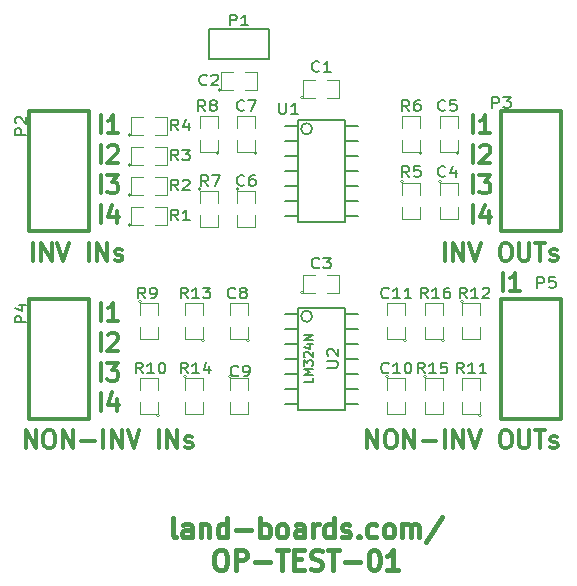
<source format=gto>
G04 (created by PCBNEW (2013-04-19 BZR 4011)-stable) date 05/01/2015 14:14:49*
%MOIN*%
G04 Gerber Fmt 3.4, Leading zero omitted, Abs format*
%FSLAX34Y34*%
G01*
G70*
G90*
G04 APERTURE LIST*
%ADD10C,0*%
%ADD11C,0.011811*%
%ADD12C,0.01625*%
%ADD13C,0.0039*%
%ADD14C,0.012*%
%ADD15C,0.006*%
%ADD16C,0.005*%
%ADD17C,0.0055*%
%ADD18C,0.0059*%
G04 APERTURE END LIST*
G54D10*
G54D11*
X16546Y-9239D02*
X16546Y-8648D01*
X17137Y-9239D02*
X16800Y-9239D01*
X16968Y-9239D02*
X16968Y-8648D01*
X16912Y-8732D01*
X16856Y-8789D01*
X16800Y-8817D01*
X3140Y-13239D02*
X3140Y-12648D01*
X3674Y-12845D02*
X3674Y-13239D01*
X3534Y-12620D02*
X3393Y-13042D01*
X3759Y-13042D01*
X3140Y-12239D02*
X3140Y-11648D01*
X3365Y-11648D02*
X3731Y-11648D01*
X3534Y-11873D01*
X3618Y-11873D01*
X3674Y-11901D01*
X3703Y-11929D01*
X3731Y-11985D01*
X3731Y-12126D01*
X3703Y-12182D01*
X3674Y-12210D01*
X3618Y-12239D01*
X3449Y-12239D01*
X3393Y-12210D01*
X3365Y-12182D01*
X3140Y-11239D02*
X3140Y-10648D01*
X3393Y-10704D02*
X3421Y-10676D01*
X3478Y-10648D01*
X3618Y-10648D01*
X3674Y-10676D01*
X3703Y-10704D01*
X3731Y-10760D01*
X3731Y-10817D01*
X3703Y-10901D01*
X3365Y-11239D01*
X3731Y-11239D01*
X3140Y-10239D02*
X3140Y-9648D01*
X3731Y-10239D02*
X3393Y-10239D01*
X3562Y-10239D02*
X3562Y-9648D01*
X3506Y-9732D01*
X3449Y-9789D01*
X3393Y-9817D01*
X12032Y-14489D02*
X12032Y-13898D01*
X12369Y-14489D01*
X12369Y-13898D01*
X12763Y-13898D02*
X12875Y-13898D01*
X12931Y-13926D01*
X12988Y-13982D01*
X13016Y-14095D01*
X13016Y-14292D01*
X12988Y-14404D01*
X12931Y-14460D01*
X12875Y-14489D01*
X12763Y-14489D01*
X12706Y-14460D01*
X12650Y-14404D01*
X12622Y-14292D01*
X12622Y-14095D01*
X12650Y-13982D01*
X12706Y-13926D01*
X12763Y-13898D01*
X13269Y-14489D02*
X13269Y-13898D01*
X13606Y-14489D01*
X13606Y-13898D01*
X13888Y-14264D02*
X14338Y-14264D01*
X14619Y-14489D02*
X14619Y-13898D01*
X14900Y-14489D02*
X14900Y-13898D01*
X15237Y-14489D01*
X15237Y-13898D01*
X15434Y-13898D02*
X15631Y-14489D01*
X15828Y-13898D01*
X16587Y-13898D02*
X16700Y-13898D01*
X16756Y-13926D01*
X16812Y-13982D01*
X16840Y-14095D01*
X16840Y-14292D01*
X16812Y-14404D01*
X16756Y-14460D01*
X16700Y-14489D01*
X16587Y-14489D01*
X16531Y-14460D01*
X16475Y-14404D01*
X16447Y-14292D01*
X16447Y-14095D01*
X16475Y-13982D01*
X16531Y-13926D01*
X16587Y-13898D01*
X17093Y-13898D02*
X17093Y-14376D01*
X17122Y-14432D01*
X17150Y-14460D01*
X17206Y-14489D01*
X17318Y-14489D01*
X17375Y-14460D01*
X17403Y-14432D01*
X17431Y-14376D01*
X17431Y-13898D01*
X17628Y-13898D02*
X17965Y-13898D01*
X17796Y-14489D02*
X17796Y-13898D01*
X18134Y-14460D02*
X18190Y-14489D01*
X18303Y-14489D01*
X18359Y-14460D01*
X18387Y-14404D01*
X18387Y-14376D01*
X18359Y-14320D01*
X18303Y-14292D01*
X18218Y-14292D01*
X18162Y-14264D01*
X18134Y-14207D01*
X18134Y-14179D01*
X18162Y-14123D01*
X18218Y-14095D01*
X18303Y-14095D01*
X18359Y-14123D01*
X640Y-14489D02*
X640Y-13898D01*
X978Y-14489D01*
X978Y-13898D01*
X1371Y-13898D02*
X1484Y-13898D01*
X1540Y-13926D01*
X1596Y-13982D01*
X1624Y-14095D01*
X1624Y-14292D01*
X1596Y-14404D01*
X1540Y-14460D01*
X1484Y-14489D01*
X1371Y-14489D01*
X1315Y-14460D01*
X1259Y-14404D01*
X1231Y-14292D01*
X1231Y-14095D01*
X1259Y-13982D01*
X1315Y-13926D01*
X1371Y-13898D01*
X1877Y-14489D02*
X1877Y-13898D01*
X2215Y-14489D01*
X2215Y-13898D01*
X2496Y-14264D02*
X2946Y-14264D01*
X3227Y-14489D02*
X3227Y-13898D01*
X3508Y-14489D02*
X3508Y-13898D01*
X3846Y-14489D01*
X3846Y-13898D01*
X4043Y-13898D02*
X4240Y-14489D01*
X4437Y-13898D01*
X5083Y-14489D02*
X5083Y-13898D01*
X5365Y-14489D02*
X5365Y-13898D01*
X5702Y-14489D01*
X5702Y-13898D01*
X5955Y-14460D02*
X6011Y-14489D01*
X6124Y-14489D01*
X6180Y-14460D01*
X6208Y-14404D01*
X6208Y-14376D01*
X6180Y-14320D01*
X6124Y-14292D01*
X6039Y-14292D01*
X5983Y-14264D01*
X5955Y-14207D01*
X5955Y-14179D01*
X5983Y-14123D01*
X6039Y-14095D01*
X6124Y-14095D01*
X6180Y-14123D01*
X14619Y-8239D02*
X14619Y-7648D01*
X14900Y-8239D02*
X14900Y-7648D01*
X15237Y-8239D01*
X15237Y-7648D01*
X15434Y-7648D02*
X15631Y-8239D01*
X15828Y-7648D01*
X16587Y-7648D02*
X16700Y-7648D01*
X16756Y-7676D01*
X16812Y-7732D01*
X16840Y-7845D01*
X16840Y-8042D01*
X16812Y-8154D01*
X16756Y-8210D01*
X16700Y-8239D01*
X16587Y-8239D01*
X16531Y-8210D01*
X16475Y-8154D01*
X16447Y-8042D01*
X16447Y-7845D01*
X16475Y-7732D01*
X16531Y-7676D01*
X16587Y-7648D01*
X17093Y-7648D02*
X17093Y-8126D01*
X17122Y-8182D01*
X17150Y-8210D01*
X17206Y-8239D01*
X17318Y-8239D01*
X17375Y-8210D01*
X17403Y-8182D01*
X17431Y-8126D01*
X17431Y-7648D01*
X17628Y-7648D02*
X17965Y-7648D01*
X17796Y-8239D02*
X17796Y-7648D01*
X18134Y-8210D02*
X18190Y-8239D01*
X18303Y-8239D01*
X18359Y-8210D01*
X18387Y-8154D01*
X18387Y-8126D01*
X18359Y-8070D01*
X18303Y-8042D01*
X18218Y-8042D01*
X18162Y-8014D01*
X18134Y-7957D01*
X18134Y-7929D01*
X18162Y-7873D01*
X18218Y-7845D01*
X18303Y-7845D01*
X18359Y-7873D01*
X890Y-8239D02*
X890Y-7648D01*
X1171Y-8239D02*
X1171Y-7648D01*
X1509Y-8239D01*
X1509Y-7648D01*
X1706Y-7648D02*
X1902Y-8239D01*
X2099Y-7648D01*
X2746Y-8239D02*
X2746Y-7648D01*
X3027Y-8239D02*
X3027Y-7648D01*
X3365Y-8239D01*
X3365Y-7648D01*
X3618Y-8210D02*
X3674Y-8239D01*
X3787Y-8239D01*
X3843Y-8210D01*
X3871Y-8154D01*
X3871Y-8126D01*
X3843Y-8070D01*
X3787Y-8042D01*
X3702Y-8042D01*
X3646Y-8014D01*
X3618Y-7957D01*
X3618Y-7929D01*
X3646Y-7873D01*
X3702Y-7845D01*
X3787Y-7845D01*
X3843Y-7873D01*
X15546Y-6989D02*
X15546Y-6398D01*
X16081Y-6595D02*
X16081Y-6989D01*
X15940Y-6370D02*
X15800Y-6792D01*
X16165Y-6792D01*
X15546Y-5989D02*
X15546Y-5398D01*
X15771Y-5398D02*
X16137Y-5398D01*
X15940Y-5623D01*
X16025Y-5623D01*
X16081Y-5651D01*
X16109Y-5679D01*
X16137Y-5735D01*
X16137Y-5876D01*
X16109Y-5932D01*
X16081Y-5960D01*
X16025Y-5989D01*
X15856Y-5989D01*
X15800Y-5960D01*
X15771Y-5932D01*
X15546Y-4989D02*
X15546Y-4398D01*
X15800Y-4454D02*
X15828Y-4426D01*
X15884Y-4398D01*
X16025Y-4398D01*
X16081Y-4426D01*
X16109Y-4454D01*
X16137Y-4510D01*
X16137Y-4567D01*
X16109Y-4651D01*
X15771Y-4989D01*
X16137Y-4989D01*
X15546Y-3989D02*
X15546Y-3398D01*
X16137Y-3989D02*
X15800Y-3989D01*
X15968Y-3989D02*
X15968Y-3398D01*
X15912Y-3482D01*
X15856Y-3539D01*
X15800Y-3567D01*
X3140Y-6989D02*
X3140Y-6398D01*
X3674Y-6595D02*
X3674Y-6989D01*
X3534Y-6370D02*
X3393Y-6792D01*
X3759Y-6792D01*
X3140Y-5989D02*
X3140Y-5398D01*
X3365Y-5398D02*
X3731Y-5398D01*
X3534Y-5623D01*
X3618Y-5623D01*
X3674Y-5651D01*
X3703Y-5679D01*
X3731Y-5735D01*
X3731Y-5876D01*
X3703Y-5932D01*
X3674Y-5960D01*
X3618Y-5989D01*
X3449Y-5989D01*
X3393Y-5960D01*
X3365Y-5932D01*
X3140Y-4989D02*
X3140Y-4398D01*
X3393Y-4454D02*
X3421Y-4426D01*
X3478Y-4398D01*
X3618Y-4398D01*
X3674Y-4426D01*
X3703Y-4454D01*
X3731Y-4510D01*
X3731Y-4567D01*
X3703Y-4651D01*
X3365Y-4989D01*
X3731Y-4989D01*
X3140Y-3989D02*
X3140Y-3398D01*
X3731Y-3989D02*
X3393Y-3989D01*
X3562Y-3989D02*
X3562Y-3398D01*
X3506Y-3482D01*
X3449Y-3539D01*
X3393Y-3567D01*
G54D12*
X5651Y-17463D02*
X5589Y-17432D01*
X5558Y-17370D01*
X5558Y-16813D01*
X6177Y-17463D02*
X6177Y-17122D01*
X6146Y-17060D01*
X6084Y-17029D01*
X5960Y-17029D01*
X5898Y-17060D01*
X6177Y-17432D02*
X6115Y-17463D01*
X5960Y-17463D01*
X5898Y-17432D01*
X5867Y-17370D01*
X5867Y-17308D01*
X5898Y-17246D01*
X5960Y-17215D01*
X6115Y-17215D01*
X6177Y-17184D01*
X6486Y-17029D02*
X6486Y-17463D01*
X6486Y-17091D02*
X6517Y-17060D01*
X6579Y-17029D01*
X6672Y-17029D01*
X6734Y-17060D01*
X6765Y-17122D01*
X6765Y-17463D01*
X7353Y-17463D02*
X7353Y-16813D01*
X7353Y-17432D02*
X7291Y-17463D01*
X7167Y-17463D01*
X7105Y-17432D01*
X7075Y-17401D01*
X7044Y-17339D01*
X7044Y-17153D01*
X7075Y-17091D01*
X7105Y-17060D01*
X7167Y-17029D01*
X7291Y-17029D01*
X7353Y-17060D01*
X7663Y-17215D02*
X8158Y-17215D01*
X8467Y-17463D02*
X8467Y-16813D01*
X8467Y-17060D02*
X8529Y-17029D01*
X8653Y-17029D01*
X8715Y-17060D01*
X8746Y-17091D01*
X8777Y-17153D01*
X8777Y-17339D01*
X8746Y-17401D01*
X8715Y-17432D01*
X8653Y-17463D01*
X8529Y-17463D01*
X8467Y-17432D01*
X9148Y-17463D02*
X9086Y-17432D01*
X9055Y-17401D01*
X9025Y-17339D01*
X9025Y-17153D01*
X9055Y-17091D01*
X9086Y-17060D01*
X9148Y-17029D01*
X9241Y-17029D01*
X9303Y-17060D01*
X9334Y-17091D01*
X9365Y-17153D01*
X9365Y-17339D01*
X9334Y-17401D01*
X9303Y-17432D01*
X9241Y-17463D01*
X9148Y-17463D01*
X9922Y-17463D02*
X9922Y-17122D01*
X9891Y-17060D01*
X9829Y-17029D01*
X9705Y-17029D01*
X9644Y-17060D01*
X9922Y-17432D02*
X9860Y-17463D01*
X9705Y-17463D01*
X9644Y-17432D01*
X9613Y-17370D01*
X9613Y-17308D01*
X9644Y-17246D01*
X9705Y-17215D01*
X9860Y-17215D01*
X9922Y-17184D01*
X10232Y-17463D02*
X10232Y-17029D01*
X10232Y-17153D02*
X10263Y-17091D01*
X10294Y-17060D01*
X10355Y-17029D01*
X10417Y-17029D01*
X10913Y-17463D02*
X10913Y-16813D01*
X10913Y-17432D02*
X10851Y-17463D01*
X10727Y-17463D01*
X10665Y-17432D01*
X10634Y-17401D01*
X10603Y-17339D01*
X10603Y-17153D01*
X10634Y-17091D01*
X10665Y-17060D01*
X10727Y-17029D01*
X10851Y-17029D01*
X10913Y-17060D01*
X11191Y-17432D02*
X11253Y-17463D01*
X11377Y-17463D01*
X11439Y-17432D01*
X11470Y-17370D01*
X11470Y-17339D01*
X11439Y-17277D01*
X11377Y-17246D01*
X11284Y-17246D01*
X11222Y-17215D01*
X11191Y-17153D01*
X11191Y-17122D01*
X11222Y-17060D01*
X11284Y-17029D01*
X11377Y-17029D01*
X11439Y-17060D01*
X11748Y-17401D02*
X11779Y-17432D01*
X11748Y-17463D01*
X11717Y-17432D01*
X11748Y-17401D01*
X11748Y-17463D01*
X12336Y-17432D02*
X12275Y-17463D01*
X12151Y-17463D01*
X12089Y-17432D01*
X12058Y-17401D01*
X12027Y-17339D01*
X12027Y-17153D01*
X12058Y-17091D01*
X12089Y-17060D01*
X12151Y-17029D01*
X12275Y-17029D01*
X12336Y-17060D01*
X12708Y-17463D02*
X12646Y-17432D01*
X12615Y-17401D01*
X12584Y-17339D01*
X12584Y-17153D01*
X12615Y-17091D01*
X12646Y-17060D01*
X12708Y-17029D01*
X12801Y-17029D01*
X12863Y-17060D01*
X12894Y-17091D01*
X12925Y-17153D01*
X12925Y-17339D01*
X12894Y-17401D01*
X12863Y-17432D01*
X12801Y-17463D01*
X12708Y-17463D01*
X13203Y-17463D02*
X13203Y-17029D01*
X13203Y-17091D02*
X13234Y-17060D01*
X13296Y-17029D01*
X13389Y-17029D01*
X13451Y-17060D01*
X13482Y-17122D01*
X13482Y-17463D01*
X13482Y-17122D02*
X13513Y-17060D01*
X13575Y-17029D01*
X13667Y-17029D01*
X13729Y-17060D01*
X13760Y-17122D01*
X13760Y-17463D01*
X14534Y-16782D02*
X13977Y-17617D01*
X7090Y-17885D02*
X7214Y-17885D01*
X7276Y-17916D01*
X7338Y-17978D01*
X7369Y-18102D01*
X7369Y-18318D01*
X7338Y-18442D01*
X7276Y-18504D01*
X7214Y-18535D01*
X7090Y-18535D01*
X7028Y-18504D01*
X6966Y-18442D01*
X6935Y-18318D01*
X6935Y-18102D01*
X6966Y-17978D01*
X7028Y-17916D01*
X7090Y-17885D01*
X7647Y-18535D02*
X7647Y-17885D01*
X7895Y-17885D01*
X7957Y-17916D01*
X7988Y-17947D01*
X8019Y-18009D01*
X8019Y-18102D01*
X7988Y-18164D01*
X7957Y-18195D01*
X7895Y-18226D01*
X7647Y-18226D01*
X8297Y-18287D02*
X8792Y-18287D01*
X9009Y-17885D02*
X9380Y-17885D01*
X9195Y-18535D02*
X9195Y-17885D01*
X9597Y-18195D02*
X9814Y-18195D01*
X9907Y-18535D02*
X9597Y-18535D01*
X9597Y-17885D01*
X9907Y-17885D01*
X10154Y-18504D02*
X10247Y-18535D01*
X10402Y-18535D01*
X10464Y-18504D01*
X10495Y-18473D01*
X10526Y-18411D01*
X10526Y-18349D01*
X10495Y-18287D01*
X10464Y-18257D01*
X10402Y-18226D01*
X10278Y-18195D01*
X10216Y-18164D01*
X10185Y-18133D01*
X10154Y-18071D01*
X10154Y-18009D01*
X10185Y-17947D01*
X10216Y-17916D01*
X10278Y-17885D01*
X10433Y-17885D01*
X10526Y-17916D01*
X10711Y-17885D02*
X11083Y-17885D01*
X10897Y-18535D02*
X10897Y-17885D01*
X11300Y-18287D02*
X11795Y-18287D01*
X12228Y-17885D02*
X12290Y-17885D01*
X12352Y-17916D01*
X12383Y-17947D01*
X12414Y-18009D01*
X12445Y-18133D01*
X12445Y-18287D01*
X12414Y-18411D01*
X12383Y-18473D01*
X12352Y-18504D01*
X12290Y-18535D01*
X12228Y-18535D01*
X12166Y-18504D01*
X12135Y-18473D01*
X12104Y-18411D01*
X12073Y-18287D01*
X12073Y-18133D01*
X12104Y-18009D01*
X12135Y-17947D01*
X12166Y-17916D01*
X12228Y-17885D01*
X13064Y-18535D02*
X12692Y-18535D01*
X12878Y-18535D02*
X12878Y-17885D01*
X12816Y-17978D01*
X12754Y-18040D01*
X12692Y-18071D01*
G54D13*
X15100Y-4650D02*
G75*
G03X15100Y-4650I-50J0D01*
G74*
G01*
X15050Y-4200D02*
X15050Y-4600D01*
X15050Y-4600D02*
X14450Y-4600D01*
X14450Y-4600D02*
X14450Y-4200D01*
X14450Y-3800D02*
X14450Y-3400D01*
X14450Y-3400D02*
X15050Y-3400D01*
X15050Y-3400D02*
X15050Y-3800D01*
X4150Y-7050D02*
G75*
G03X4150Y-7050I-50J0D01*
G74*
G01*
X4550Y-7050D02*
X4150Y-7050D01*
X4150Y-7050D02*
X4150Y-6450D01*
X4150Y-6450D02*
X4550Y-6450D01*
X4950Y-6450D02*
X5350Y-6450D01*
X5350Y-6450D02*
X5350Y-7050D01*
X5350Y-7050D02*
X4950Y-7050D01*
X7750Y-5850D02*
G75*
G03X7750Y-5850I-50J0D01*
G74*
G01*
X7700Y-6300D02*
X7700Y-5900D01*
X7700Y-5900D02*
X8300Y-5900D01*
X8300Y-5900D02*
X8300Y-6300D01*
X8300Y-6700D02*
X8300Y-7100D01*
X8300Y-7100D02*
X7700Y-7100D01*
X7700Y-7100D02*
X7700Y-6700D01*
X9900Y-9300D02*
G75*
G03X9900Y-9300I-50J0D01*
G74*
G01*
X10300Y-9300D02*
X9900Y-9300D01*
X9900Y-9300D02*
X9900Y-8700D01*
X9900Y-8700D02*
X10300Y-8700D01*
X10700Y-8700D02*
X11100Y-8700D01*
X11100Y-8700D02*
X11100Y-9300D01*
X11100Y-9300D02*
X10700Y-9300D01*
X7150Y-2550D02*
G75*
G03X7150Y-2550I-50J0D01*
G74*
G01*
X7550Y-2550D02*
X7150Y-2550D01*
X7150Y-2550D02*
X7150Y-1950D01*
X7150Y-1950D02*
X7550Y-1950D01*
X7950Y-1950D02*
X8350Y-1950D01*
X8350Y-1950D02*
X8350Y-2550D01*
X8350Y-2550D02*
X7950Y-2550D01*
X13250Y-5600D02*
G75*
G03X13250Y-5600I-50J0D01*
G74*
G01*
X13200Y-6050D02*
X13200Y-5650D01*
X13200Y-5650D02*
X13800Y-5650D01*
X13800Y-5650D02*
X13800Y-6050D01*
X13800Y-6450D02*
X13800Y-6850D01*
X13800Y-6850D02*
X13200Y-6850D01*
X13200Y-6850D02*
X13200Y-6450D01*
X7100Y-4650D02*
G75*
G03X7100Y-4650I-50J0D01*
G74*
G01*
X7050Y-4200D02*
X7050Y-4600D01*
X7050Y-4600D02*
X6450Y-4600D01*
X6450Y-4600D02*
X6450Y-4200D01*
X6450Y-3800D02*
X6450Y-3400D01*
X6450Y-3400D02*
X7050Y-3400D01*
X7050Y-3400D02*
X7050Y-3800D01*
X4150Y-4050D02*
G75*
G03X4150Y-4050I-50J0D01*
G74*
G01*
X4550Y-4050D02*
X4150Y-4050D01*
X4150Y-4050D02*
X4150Y-3450D01*
X4150Y-3450D02*
X4550Y-3450D01*
X4950Y-3450D02*
X5350Y-3450D01*
X5350Y-3450D02*
X5350Y-4050D01*
X5350Y-4050D02*
X4950Y-4050D01*
X4150Y-5050D02*
G75*
G03X4150Y-5050I-50J0D01*
G74*
G01*
X4550Y-5050D02*
X4150Y-5050D01*
X4150Y-5050D02*
X4150Y-4450D01*
X4150Y-4450D02*
X4550Y-4450D01*
X4950Y-4450D02*
X5350Y-4450D01*
X5350Y-4450D02*
X5350Y-5050D01*
X5350Y-5050D02*
X4950Y-5050D01*
X4150Y-6050D02*
G75*
G03X4150Y-6050I-50J0D01*
G74*
G01*
X4550Y-6050D02*
X4150Y-6050D01*
X4150Y-6050D02*
X4150Y-5450D01*
X4150Y-5450D02*
X4550Y-5450D01*
X4950Y-5450D02*
X5350Y-5450D01*
X5350Y-5450D02*
X5350Y-6050D01*
X5350Y-6050D02*
X4950Y-6050D01*
X6500Y-5850D02*
G75*
G03X6500Y-5850I-50J0D01*
G74*
G01*
X6450Y-6300D02*
X6450Y-5900D01*
X6450Y-5900D02*
X7050Y-5900D01*
X7050Y-5900D02*
X7050Y-6300D01*
X7050Y-6700D02*
X7050Y-7100D01*
X7050Y-7100D02*
X6450Y-7100D01*
X6450Y-7100D02*
X6450Y-6700D01*
X13850Y-4650D02*
G75*
G03X13850Y-4650I-50J0D01*
G74*
G01*
X13800Y-4200D02*
X13800Y-4600D01*
X13800Y-4600D02*
X13200Y-4600D01*
X13200Y-4600D02*
X13200Y-4200D01*
X13200Y-3800D02*
X13200Y-3400D01*
X13200Y-3400D02*
X13800Y-3400D01*
X13800Y-3400D02*
X13800Y-3800D01*
G54D14*
X2750Y-3250D02*
X2750Y-7250D01*
X2750Y-7250D02*
X750Y-7250D01*
X750Y-7250D02*
X750Y-3250D01*
X750Y-3250D02*
X2750Y-3250D01*
X18500Y-3250D02*
X18500Y-7250D01*
X18500Y-7250D02*
X16500Y-7250D01*
X16500Y-7250D02*
X16500Y-3250D01*
X16500Y-3250D02*
X18500Y-3250D01*
G54D15*
X6750Y-1500D02*
X6750Y-500D01*
X6750Y-500D02*
X8750Y-500D01*
X8750Y-500D02*
X8750Y-1500D01*
X8750Y-1500D02*
X6750Y-1500D01*
G54D16*
X11280Y-3550D02*
X9720Y-3550D01*
X9720Y-3550D02*
X9720Y-6950D01*
X9720Y-6950D02*
X11280Y-6950D01*
X11280Y-6950D02*
X11280Y-3550D01*
X11280Y-4250D02*
X11710Y-4250D01*
X11280Y-4750D02*
X11710Y-4750D01*
X11280Y-5250D02*
X11710Y-5250D01*
X11280Y-3750D02*
X11710Y-3750D01*
X11710Y-5750D02*
X11280Y-5750D01*
X11710Y-6250D02*
X11280Y-6250D01*
X11710Y-6750D02*
X11280Y-6750D01*
X9720Y-6750D02*
X9290Y-6750D01*
X9720Y-6250D02*
X9290Y-6250D01*
X9720Y-3750D02*
X9290Y-3750D01*
X9290Y-4250D02*
X9720Y-4250D01*
X9290Y-5750D02*
X9720Y-5750D01*
X9290Y-5250D02*
X9720Y-5250D01*
X9290Y-4750D02*
X9720Y-4750D01*
X10196Y-3840D02*
G75*
G03X10196Y-3840I-186J0D01*
G74*
G01*
G54D13*
X14500Y-5600D02*
G75*
G03X14500Y-5600I-50J0D01*
G74*
G01*
X14450Y-6050D02*
X14450Y-5650D01*
X14450Y-5650D02*
X15050Y-5650D01*
X15050Y-5650D02*
X15050Y-6050D01*
X15050Y-6450D02*
X15050Y-6850D01*
X15050Y-6850D02*
X14450Y-6850D01*
X14450Y-6850D02*
X14450Y-6450D01*
X9900Y-2800D02*
G75*
G03X9900Y-2800I-50J0D01*
G74*
G01*
X10300Y-2800D02*
X9900Y-2800D01*
X9900Y-2800D02*
X9900Y-2200D01*
X9900Y-2200D02*
X10300Y-2200D01*
X10700Y-2200D02*
X11100Y-2200D01*
X11100Y-2200D02*
X11100Y-2800D01*
X11100Y-2800D02*
X10700Y-2800D01*
X8350Y-4650D02*
G75*
G03X8350Y-4650I-50J0D01*
G74*
G01*
X8300Y-4200D02*
X8300Y-4600D01*
X8300Y-4600D02*
X7700Y-4600D01*
X7700Y-4600D02*
X7700Y-4200D01*
X7700Y-3800D02*
X7700Y-3400D01*
X7700Y-3400D02*
X8300Y-3400D01*
X8300Y-3400D02*
X8300Y-3800D01*
G54D16*
X11280Y-9800D02*
X9720Y-9800D01*
X9720Y-9800D02*
X9720Y-13200D01*
X9720Y-13200D02*
X11280Y-13200D01*
X11280Y-13200D02*
X11280Y-9800D01*
X11280Y-10500D02*
X11710Y-10500D01*
X11280Y-11000D02*
X11710Y-11000D01*
X11280Y-11500D02*
X11710Y-11500D01*
X11280Y-10000D02*
X11710Y-10000D01*
X11710Y-12000D02*
X11280Y-12000D01*
X11710Y-12500D02*
X11280Y-12500D01*
X11710Y-13000D02*
X11280Y-13000D01*
X9720Y-13000D02*
X9290Y-13000D01*
X9720Y-12500D02*
X9290Y-12500D01*
X9720Y-10000D02*
X9290Y-10000D01*
X9290Y-10500D02*
X9720Y-10500D01*
X9290Y-12000D02*
X9720Y-12000D01*
X9290Y-11500D02*
X9720Y-11500D01*
X9290Y-11000D02*
X9720Y-11000D01*
X10196Y-10090D02*
G75*
G03X10196Y-10090I-186J0D01*
G74*
G01*
G54D13*
X6600Y-10900D02*
G75*
G03X6600Y-10900I-50J0D01*
G74*
G01*
X6550Y-10450D02*
X6550Y-10850D01*
X6550Y-10850D02*
X5950Y-10850D01*
X5950Y-10850D02*
X5950Y-10450D01*
X5950Y-10050D02*
X5950Y-9650D01*
X5950Y-9650D02*
X6550Y-9650D01*
X6550Y-9650D02*
X6550Y-10050D01*
X8100Y-10900D02*
G75*
G03X8100Y-10900I-50J0D01*
G74*
G01*
X8050Y-10450D02*
X8050Y-10850D01*
X8050Y-10850D02*
X7450Y-10850D01*
X7450Y-10850D02*
X7450Y-10450D01*
X7450Y-10050D02*
X7450Y-9650D01*
X7450Y-9650D02*
X8050Y-9650D01*
X8050Y-9650D02*
X8050Y-10050D01*
X4500Y-9600D02*
G75*
G03X4500Y-9600I-50J0D01*
G74*
G01*
X4450Y-10050D02*
X4450Y-9650D01*
X4450Y-9650D02*
X5050Y-9650D01*
X5050Y-9650D02*
X5050Y-10050D01*
X5050Y-10450D02*
X5050Y-10850D01*
X5050Y-10850D02*
X4450Y-10850D01*
X4450Y-10850D02*
X4450Y-10450D01*
X6000Y-12100D02*
G75*
G03X6000Y-12100I-50J0D01*
G74*
G01*
X5950Y-12550D02*
X5950Y-12150D01*
X5950Y-12150D02*
X6550Y-12150D01*
X6550Y-12150D02*
X6550Y-12550D01*
X6550Y-12950D02*
X6550Y-13350D01*
X6550Y-13350D02*
X5950Y-13350D01*
X5950Y-13350D02*
X5950Y-12950D01*
X7500Y-12100D02*
G75*
G03X7500Y-12100I-50J0D01*
G74*
G01*
X7450Y-12550D02*
X7450Y-12150D01*
X7450Y-12150D02*
X8050Y-12150D01*
X8050Y-12150D02*
X8050Y-12550D01*
X8050Y-12950D02*
X8050Y-13350D01*
X8050Y-13350D02*
X7450Y-13350D01*
X7450Y-13350D02*
X7450Y-12950D01*
X5100Y-13400D02*
G75*
G03X5100Y-13400I-50J0D01*
G74*
G01*
X5050Y-12950D02*
X5050Y-13350D01*
X5050Y-13350D02*
X4450Y-13350D01*
X4450Y-13350D02*
X4450Y-12950D01*
X4450Y-12550D02*
X4450Y-12150D01*
X4450Y-12150D02*
X5050Y-12150D01*
X5050Y-12150D02*
X5050Y-12550D01*
X14000Y-12100D02*
G75*
G03X14000Y-12100I-50J0D01*
G74*
G01*
X13950Y-12550D02*
X13950Y-12150D01*
X13950Y-12150D02*
X14550Y-12150D01*
X14550Y-12150D02*
X14550Y-12550D01*
X14550Y-12950D02*
X14550Y-13350D01*
X14550Y-13350D02*
X13950Y-13350D01*
X13950Y-13350D02*
X13950Y-12950D01*
X12750Y-12100D02*
G75*
G03X12750Y-12100I-50J0D01*
G74*
G01*
X12700Y-12550D02*
X12700Y-12150D01*
X12700Y-12150D02*
X13300Y-12150D01*
X13300Y-12150D02*
X13300Y-12550D01*
X13300Y-12950D02*
X13300Y-13350D01*
X13300Y-13350D02*
X12700Y-13350D01*
X12700Y-13350D02*
X12700Y-12950D01*
X15850Y-13400D02*
G75*
G03X15850Y-13400I-50J0D01*
G74*
G01*
X15800Y-12950D02*
X15800Y-13350D01*
X15800Y-13350D02*
X15200Y-13350D01*
X15200Y-13350D02*
X15200Y-12950D01*
X15200Y-12550D02*
X15200Y-12150D01*
X15200Y-12150D02*
X15800Y-12150D01*
X15800Y-12150D02*
X15800Y-12550D01*
X14600Y-10900D02*
G75*
G03X14600Y-10900I-50J0D01*
G74*
G01*
X14550Y-10450D02*
X14550Y-10850D01*
X14550Y-10850D02*
X13950Y-10850D01*
X13950Y-10850D02*
X13950Y-10450D01*
X13950Y-10050D02*
X13950Y-9650D01*
X13950Y-9650D02*
X14550Y-9650D01*
X14550Y-9650D02*
X14550Y-10050D01*
X13350Y-10900D02*
G75*
G03X13350Y-10900I-50J0D01*
G74*
G01*
X13300Y-10450D02*
X13300Y-10850D01*
X13300Y-10850D02*
X12700Y-10850D01*
X12700Y-10850D02*
X12700Y-10450D01*
X12700Y-10050D02*
X12700Y-9650D01*
X12700Y-9650D02*
X13300Y-9650D01*
X13300Y-9650D02*
X13300Y-10050D01*
X15250Y-9600D02*
G75*
G03X15250Y-9600I-50J0D01*
G74*
G01*
X15200Y-10050D02*
X15200Y-9650D01*
X15200Y-9650D02*
X15800Y-9650D01*
X15800Y-9650D02*
X15800Y-10050D01*
X15800Y-10450D02*
X15800Y-10850D01*
X15800Y-10850D02*
X15200Y-10850D01*
X15200Y-10850D02*
X15200Y-10450D01*
G54D14*
X2750Y-9500D02*
X2750Y-13500D01*
X2750Y-13500D02*
X750Y-13500D01*
X750Y-13500D02*
X750Y-9500D01*
X750Y-9500D02*
X2750Y-9500D01*
X18500Y-9500D02*
X18500Y-13500D01*
X18500Y-13500D02*
X16500Y-13500D01*
X16500Y-13500D02*
X16500Y-9500D01*
X16500Y-9500D02*
X18500Y-9500D01*
G54D17*
X14633Y-3208D02*
X14614Y-3225D01*
X14557Y-3241D01*
X14519Y-3241D01*
X14461Y-3225D01*
X14423Y-3191D01*
X14404Y-3158D01*
X14385Y-3091D01*
X14385Y-3041D01*
X14404Y-2975D01*
X14423Y-2941D01*
X14461Y-2908D01*
X14519Y-2891D01*
X14557Y-2891D01*
X14614Y-2908D01*
X14633Y-2925D01*
X14995Y-2891D02*
X14804Y-2891D01*
X14785Y-3058D01*
X14804Y-3041D01*
X14842Y-3025D01*
X14938Y-3025D01*
X14976Y-3041D01*
X14995Y-3058D01*
X15014Y-3091D01*
X15014Y-3175D01*
X14995Y-3208D01*
X14976Y-3225D01*
X14938Y-3241D01*
X14842Y-3241D01*
X14804Y-3225D01*
X14785Y-3208D01*
X5733Y-6891D02*
X5600Y-6725D01*
X5504Y-6891D02*
X5504Y-6541D01*
X5657Y-6541D01*
X5695Y-6558D01*
X5714Y-6575D01*
X5733Y-6608D01*
X5733Y-6658D01*
X5714Y-6691D01*
X5695Y-6708D01*
X5657Y-6725D01*
X5504Y-6725D01*
X6114Y-6891D02*
X5885Y-6891D01*
X6000Y-6891D02*
X6000Y-6541D01*
X5961Y-6591D01*
X5923Y-6625D01*
X5885Y-6641D01*
X7933Y-5708D02*
X7914Y-5725D01*
X7857Y-5741D01*
X7819Y-5741D01*
X7761Y-5725D01*
X7723Y-5691D01*
X7704Y-5658D01*
X7685Y-5591D01*
X7685Y-5541D01*
X7704Y-5475D01*
X7723Y-5441D01*
X7761Y-5408D01*
X7819Y-5391D01*
X7857Y-5391D01*
X7914Y-5408D01*
X7933Y-5425D01*
X8276Y-5391D02*
X8200Y-5391D01*
X8161Y-5408D01*
X8142Y-5425D01*
X8104Y-5475D01*
X8085Y-5541D01*
X8085Y-5675D01*
X8104Y-5708D01*
X8123Y-5725D01*
X8161Y-5741D01*
X8238Y-5741D01*
X8276Y-5725D01*
X8295Y-5708D01*
X8314Y-5675D01*
X8314Y-5591D01*
X8295Y-5558D01*
X8276Y-5541D01*
X8238Y-5525D01*
X8161Y-5525D01*
X8123Y-5541D01*
X8104Y-5558D01*
X8085Y-5591D01*
X10433Y-8458D02*
X10414Y-8475D01*
X10357Y-8491D01*
X10319Y-8491D01*
X10261Y-8475D01*
X10223Y-8441D01*
X10204Y-8408D01*
X10185Y-8341D01*
X10185Y-8291D01*
X10204Y-8225D01*
X10223Y-8191D01*
X10261Y-8158D01*
X10319Y-8141D01*
X10357Y-8141D01*
X10414Y-8158D01*
X10433Y-8175D01*
X10566Y-8141D02*
X10814Y-8141D01*
X10680Y-8275D01*
X10738Y-8275D01*
X10776Y-8291D01*
X10795Y-8308D01*
X10814Y-8341D01*
X10814Y-8425D01*
X10795Y-8458D01*
X10776Y-8475D01*
X10738Y-8491D01*
X10623Y-8491D01*
X10585Y-8475D01*
X10566Y-8458D01*
X6683Y-2358D02*
X6664Y-2375D01*
X6607Y-2391D01*
X6569Y-2391D01*
X6511Y-2375D01*
X6473Y-2341D01*
X6454Y-2308D01*
X6435Y-2241D01*
X6435Y-2191D01*
X6454Y-2125D01*
X6473Y-2091D01*
X6511Y-2058D01*
X6569Y-2041D01*
X6607Y-2041D01*
X6664Y-2058D01*
X6683Y-2075D01*
X6835Y-2075D02*
X6854Y-2058D01*
X6892Y-2041D01*
X6988Y-2041D01*
X7026Y-2058D01*
X7045Y-2075D01*
X7064Y-2108D01*
X7064Y-2141D01*
X7045Y-2191D01*
X6816Y-2391D01*
X7064Y-2391D01*
X13433Y-5441D02*
X13300Y-5275D01*
X13204Y-5441D02*
X13204Y-5091D01*
X13357Y-5091D01*
X13395Y-5108D01*
X13414Y-5125D01*
X13433Y-5158D01*
X13433Y-5208D01*
X13414Y-5241D01*
X13395Y-5258D01*
X13357Y-5275D01*
X13204Y-5275D01*
X13795Y-5091D02*
X13604Y-5091D01*
X13585Y-5258D01*
X13604Y-5241D01*
X13642Y-5225D01*
X13738Y-5225D01*
X13776Y-5241D01*
X13795Y-5258D01*
X13814Y-5291D01*
X13814Y-5375D01*
X13795Y-5408D01*
X13776Y-5425D01*
X13738Y-5441D01*
X13642Y-5441D01*
X13604Y-5425D01*
X13585Y-5408D01*
X6633Y-3241D02*
X6500Y-3075D01*
X6404Y-3241D02*
X6404Y-2891D01*
X6557Y-2891D01*
X6595Y-2908D01*
X6614Y-2925D01*
X6633Y-2958D01*
X6633Y-3008D01*
X6614Y-3041D01*
X6595Y-3058D01*
X6557Y-3075D01*
X6404Y-3075D01*
X6861Y-3041D02*
X6823Y-3025D01*
X6804Y-3008D01*
X6785Y-2975D01*
X6785Y-2958D01*
X6804Y-2925D01*
X6823Y-2908D01*
X6861Y-2891D01*
X6938Y-2891D01*
X6976Y-2908D01*
X6995Y-2925D01*
X7014Y-2958D01*
X7014Y-2975D01*
X6995Y-3008D01*
X6976Y-3025D01*
X6938Y-3041D01*
X6861Y-3041D01*
X6823Y-3058D01*
X6804Y-3075D01*
X6785Y-3108D01*
X6785Y-3175D01*
X6804Y-3208D01*
X6823Y-3225D01*
X6861Y-3241D01*
X6938Y-3241D01*
X6976Y-3225D01*
X6995Y-3208D01*
X7014Y-3175D01*
X7014Y-3108D01*
X6995Y-3075D01*
X6976Y-3058D01*
X6938Y-3041D01*
X5733Y-3891D02*
X5600Y-3725D01*
X5504Y-3891D02*
X5504Y-3541D01*
X5657Y-3541D01*
X5695Y-3558D01*
X5714Y-3575D01*
X5733Y-3608D01*
X5733Y-3658D01*
X5714Y-3691D01*
X5695Y-3708D01*
X5657Y-3725D01*
X5504Y-3725D01*
X6076Y-3658D02*
X6076Y-3891D01*
X5980Y-3525D02*
X5885Y-3775D01*
X6133Y-3775D01*
X5733Y-4891D02*
X5600Y-4725D01*
X5504Y-4891D02*
X5504Y-4541D01*
X5657Y-4541D01*
X5695Y-4558D01*
X5714Y-4575D01*
X5733Y-4608D01*
X5733Y-4658D01*
X5714Y-4691D01*
X5695Y-4708D01*
X5657Y-4725D01*
X5504Y-4725D01*
X5866Y-4541D02*
X6114Y-4541D01*
X5980Y-4675D01*
X6038Y-4675D01*
X6076Y-4691D01*
X6095Y-4708D01*
X6114Y-4741D01*
X6114Y-4825D01*
X6095Y-4858D01*
X6076Y-4875D01*
X6038Y-4891D01*
X5923Y-4891D01*
X5885Y-4875D01*
X5866Y-4858D01*
X5733Y-5891D02*
X5600Y-5725D01*
X5504Y-5891D02*
X5504Y-5541D01*
X5657Y-5541D01*
X5695Y-5558D01*
X5714Y-5575D01*
X5733Y-5608D01*
X5733Y-5658D01*
X5714Y-5691D01*
X5695Y-5708D01*
X5657Y-5725D01*
X5504Y-5725D01*
X5885Y-5575D02*
X5904Y-5558D01*
X5942Y-5541D01*
X6038Y-5541D01*
X6076Y-5558D01*
X6095Y-5575D01*
X6114Y-5608D01*
X6114Y-5641D01*
X6095Y-5691D01*
X5866Y-5891D01*
X6114Y-5891D01*
X6733Y-5741D02*
X6600Y-5575D01*
X6504Y-5741D02*
X6504Y-5391D01*
X6657Y-5391D01*
X6695Y-5408D01*
X6714Y-5425D01*
X6733Y-5458D01*
X6733Y-5508D01*
X6714Y-5541D01*
X6695Y-5558D01*
X6657Y-5575D01*
X6504Y-5575D01*
X6866Y-5391D02*
X7133Y-5391D01*
X6961Y-5741D01*
X13433Y-3241D02*
X13300Y-3075D01*
X13204Y-3241D02*
X13204Y-2891D01*
X13357Y-2891D01*
X13395Y-2908D01*
X13414Y-2925D01*
X13433Y-2958D01*
X13433Y-3008D01*
X13414Y-3041D01*
X13395Y-3058D01*
X13357Y-3075D01*
X13204Y-3075D01*
X13776Y-2891D02*
X13700Y-2891D01*
X13661Y-2908D01*
X13642Y-2925D01*
X13604Y-2975D01*
X13585Y-3041D01*
X13585Y-3175D01*
X13604Y-3208D01*
X13623Y-3225D01*
X13661Y-3241D01*
X13738Y-3241D01*
X13776Y-3225D01*
X13795Y-3208D01*
X13814Y-3175D01*
X13814Y-3091D01*
X13795Y-3058D01*
X13776Y-3041D01*
X13738Y-3025D01*
X13661Y-3025D01*
X13623Y-3041D01*
X13604Y-3058D01*
X13585Y-3091D01*
X641Y-4045D02*
X291Y-4045D01*
X291Y-3892D01*
X308Y-3854D01*
X325Y-3835D01*
X358Y-3816D01*
X408Y-3816D01*
X441Y-3835D01*
X458Y-3854D01*
X475Y-3892D01*
X475Y-4045D01*
X325Y-3664D02*
X308Y-3645D01*
X291Y-3607D01*
X291Y-3511D01*
X308Y-3473D01*
X325Y-3454D01*
X358Y-3435D01*
X391Y-3435D01*
X441Y-3454D01*
X641Y-3683D01*
X641Y-3435D01*
X16204Y-3141D02*
X16204Y-2791D01*
X16357Y-2791D01*
X16395Y-2808D01*
X16414Y-2825D01*
X16433Y-2858D01*
X16433Y-2908D01*
X16414Y-2941D01*
X16395Y-2958D01*
X16357Y-2975D01*
X16204Y-2975D01*
X16566Y-2791D02*
X16814Y-2791D01*
X16680Y-2925D01*
X16738Y-2925D01*
X16776Y-2941D01*
X16795Y-2958D01*
X16814Y-2991D01*
X16814Y-3075D01*
X16795Y-3108D01*
X16776Y-3125D01*
X16738Y-3141D01*
X16623Y-3141D01*
X16585Y-3125D01*
X16566Y-3108D01*
X7454Y-391D02*
X7454Y-41D01*
X7607Y-41D01*
X7645Y-58D01*
X7664Y-75D01*
X7683Y-108D01*
X7683Y-158D01*
X7664Y-191D01*
X7645Y-208D01*
X7607Y-225D01*
X7454Y-225D01*
X8064Y-391D02*
X7835Y-391D01*
X7950Y-391D02*
X7950Y-41D01*
X7911Y-91D01*
X7873Y-125D01*
X7835Y-141D01*
X9095Y-2991D02*
X9095Y-3275D01*
X9114Y-3308D01*
X9133Y-3325D01*
X9171Y-3341D01*
X9247Y-3341D01*
X9285Y-3325D01*
X9304Y-3308D01*
X9323Y-3275D01*
X9323Y-2991D01*
X9723Y-3341D02*
X9495Y-3341D01*
X9609Y-3341D02*
X9609Y-2991D01*
X9571Y-3041D01*
X9533Y-3075D01*
X9495Y-3091D01*
X14633Y-5408D02*
X14614Y-5425D01*
X14557Y-5441D01*
X14519Y-5441D01*
X14461Y-5425D01*
X14423Y-5391D01*
X14404Y-5358D01*
X14385Y-5291D01*
X14385Y-5241D01*
X14404Y-5175D01*
X14423Y-5141D01*
X14461Y-5108D01*
X14519Y-5091D01*
X14557Y-5091D01*
X14614Y-5108D01*
X14633Y-5125D01*
X14976Y-5208D02*
X14976Y-5441D01*
X14880Y-5075D02*
X14785Y-5325D01*
X15033Y-5325D01*
X10433Y-1908D02*
X10414Y-1925D01*
X10357Y-1941D01*
X10319Y-1941D01*
X10261Y-1925D01*
X10223Y-1891D01*
X10204Y-1858D01*
X10185Y-1791D01*
X10185Y-1741D01*
X10204Y-1675D01*
X10223Y-1641D01*
X10261Y-1608D01*
X10319Y-1591D01*
X10357Y-1591D01*
X10414Y-1608D01*
X10433Y-1625D01*
X10814Y-1941D02*
X10585Y-1941D01*
X10700Y-1941D02*
X10700Y-1591D01*
X10661Y-1641D01*
X10623Y-1675D01*
X10585Y-1691D01*
X7933Y-3208D02*
X7914Y-3225D01*
X7857Y-3241D01*
X7819Y-3241D01*
X7761Y-3225D01*
X7723Y-3191D01*
X7704Y-3158D01*
X7685Y-3091D01*
X7685Y-3041D01*
X7704Y-2975D01*
X7723Y-2941D01*
X7761Y-2908D01*
X7819Y-2891D01*
X7857Y-2891D01*
X7914Y-2908D01*
X7933Y-2925D01*
X8066Y-2891D02*
X8333Y-2891D01*
X8161Y-3241D01*
X10691Y-11804D02*
X10975Y-11804D01*
X11008Y-11785D01*
X11025Y-11766D01*
X11041Y-11728D01*
X11041Y-11652D01*
X11025Y-11614D01*
X11008Y-11595D01*
X10975Y-11576D01*
X10691Y-11576D01*
X10725Y-11404D02*
X10708Y-11385D01*
X10691Y-11347D01*
X10691Y-11252D01*
X10708Y-11214D01*
X10725Y-11195D01*
X10758Y-11176D01*
X10791Y-11176D01*
X10841Y-11195D01*
X11041Y-11423D01*
X11041Y-11176D01*
G54D18*
X10219Y-12153D02*
X10219Y-12293D01*
X9924Y-12293D01*
X10219Y-12054D02*
X9924Y-12054D01*
X10135Y-11956D01*
X9924Y-11858D01*
X10219Y-11858D01*
X9924Y-11745D02*
X9924Y-11563D01*
X10036Y-11661D01*
X10036Y-11619D01*
X10050Y-11591D01*
X10064Y-11577D01*
X10092Y-11563D01*
X10163Y-11563D01*
X10191Y-11577D01*
X10205Y-11591D01*
X10219Y-11619D01*
X10219Y-11703D01*
X10205Y-11731D01*
X10191Y-11745D01*
X9952Y-11450D02*
X9938Y-11436D01*
X9924Y-11408D01*
X9924Y-11338D01*
X9938Y-11310D01*
X9952Y-11296D01*
X9980Y-11282D01*
X10008Y-11282D01*
X10050Y-11296D01*
X10219Y-11464D01*
X10219Y-11282D01*
X10022Y-11029D02*
X10219Y-11029D01*
X9910Y-11099D02*
X10121Y-11169D01*
X10121Y-10987D01*
X10219Y-10874D02*
X9924Y-10874D01*
X10219Y-10706D01*
X9924Y-10706D01*
G54D17*
X6042Y-9491D02*
X5909Y-9325D01*
X5814Y-9491D02*
X5814Y-9141D01*
X5966Y-9141D01*
X6004Y-9158D01*
X6023Y-9175D01*
X6042Y-9208D01*
X6042Y-9258D01*
X6023Y-9291D01*
X6004Y-9308D01*
X5966Y-9325D01*
X5814Y-9325D01*
X6423Y-9491D02*
X6195Y-9491D01*
X6309Y-9491D02*
X6309Y-9141D01*
X6271Y-9191D01*
X6233Y-9225D01*
X6195Y-9241D01*
X6557Y-9141D02*
X6804Y-9141D01*
X6671Y-9275D01*
X6728Y-9275D01*
X6766Y-9291D01*
X6785Y-9308D01*
X6804Y-9341D01*
X6804Y-9425D01*
X6785Y-9458D01*
X6766Y-9475D01*
X6728Y-9491D01*
X6614Y-9491D01*
X6576Y-9475D01*
X6557Y-9458D01*
X7633Y-9458D02*
X7614Y-9475D01*
X7557Y-9491D01*
X7519Y-9491D01*
X7461Y-9475D01*
X7423Y-9441D01*
X7404Y-9408D01*
X7385Y-9341D01*
X7385Y-9291D01*
X7404Y-9225D01*
X7423Y-9191D01*
X7461Y-9158D01*
X7519Y-9141D01*
X7557Y-9141D01*
X7614Y-9158D01*
X7633Y-9175D01*
X7861Y-9291D02*
X7823Y-9275D01*
X7804Y-9258D01*
X7785Y-9225D01*
X7785Y-9208D01*
X7804Y-9175D01*
X7823Y-9158D01*
X7861Y-9141D01*
X7938Y-9141D01*
X7976Y-9158D01*
X7995Y-9175D01*
X8014Y-9208D01*
X8014Y-9225D01*
X7995Y-9258D01*
X7976Y-9275D01*
X7938Y-9291D01*
X7861Y-9291D01*
X7823Y-9308D01*
X7804Y-9325D01*
X7785Y-9358D01*
X7785Y-9425D01*
X7804Y-9458D01*
X7823Y-9475D01*
X7861Y-9491D01*
X7938Y-9491D01*
X7976Y-9475D01*
X7995Y-9458D01*
X8014Y-9425D01*
X8014Y-9358D01*
X7995Y-9325D01*
X7976Y-9308D01*
X7938Y-9291D01*
X4633Y-9491D02*
X4500Y-9325D01*
X4404Y-9491D02*
X4404Y-9141D01*
X4557Y-9141D01*
X4595Y-9158D01*
X4614Y-9175D01*
X4633Y-9208D01*
X4633Y-9258D01*
X4614Y-9291D01*
X4595Y-9308D01*
X4557Y-9325D01*
X4404Y-9325D01*
X4823Y-9491D02*
X4900Y-9491D01*
X4938Y-9475D01*
X4957Y-9458D01*
X4995Y-9408D01*
X5014Y-9341D01*
X5014Y-9208D01*
X4995Y-9175D01*
X4976Y-9158D01*
X4938Y-9141D01*
X4861Y-9141D01*
X4823Y-9158D01*
X4804Y-9175D01*
X4785Y-9208D01*
X4785Y-9291D01*
X4804Y-9325D01*
X4823Y-9341D01*
X4861Y-9358D01*
X4938Y-9358D01*
X4976Y-9341D01*
X4995Y-9325D01*
X5014Y-9291D01*
X6042Y-11991D02*
X5909Y-11825D01*
X5814Y-11991D02*
X5814Y-11641D01*
X5966Y-11641D01*
X6004Y-11658D01*
X6023Y-11675D01*
X6042Y-11708D01*
X6042Y-11758D01*
X6023Y-11791D01*
X6004Y-11808D01*
X5966Y-11825D01*
X5814Y-11825D01*
X6423Y-11991D02*
X6195Y-11991D01*
X6309Y-11991D02*
X6309Y-11641D01*
X6271Y-11691D01*
X6233Y-11725D01*
X6195Y-11741D01*
X6766Y-11758D02*
X6766Y-11991D01*
X6671Y-11625D02*
X6576Y-11875D01*
X6823Y-11875D01*
X7733Y-12058D02*
X7714Y-12075D01*
X7657Y-12091D01*
X7619Y-12091D01*
X7561Y-12075D01*
X7523Y-12041D01*
X7504Y-12008D01*
X7485Y-11941D01*
X7485Y-11891D01*
X7504Y-11825D01*
X7523Y-11791D01*
X7561Y-11758D01*
X7619Y-11741D01*
X7657Y-11741D01*
X7714Y-11758D01*
X7733Y-11775D01*
X7923Y-12091D02*
X8000Y-12091D01*
X8038Y-12075D01*
X8057Y-12058D01*
X8095Y-12008D01*
X8114Y-11941D01*
X8114Y-11808D01*
X8095Y-11775D01*
X8076Y-11758D01*
X8038Y-11741D01*
X7961Y-11741D01*
X7923Y-11758D01*
X7904Y-11775D01*
X7885Y-11808D01*
X7885Y-11891D01*
X7904Y-11925D01*
X7923Y-11941D01*
X7961Y-11958D01*
X8038Y-11958D01*
X8076Y-11941D01*
X8095Y-11925D01*
X8114Y-11891D01*
X4542Y-11991D02*
X4409Y-11825D01*
X4314Y-11991D02*
X4314Y-11641D01*
X4466Y-11641D01*
X4504Y-11658D01*
X4523Y-11675D01*
X4542Y-11708D01*
X4542Y-11758D01*
X4523Y-11791D01*
X4504Y-11808D01*
X4466Y-11825D01*
X4314Y-11825D01*
X4923Y-11991D02*
X4695Y-11991D01*
X4809Y-11991D02*
X4809Y-11641D01*
X4771Y-11691D01*
X4733Y-11725D01*
X4695Y-11741D01*
X5171Y-11641D02*
X5209Y-11641D01*
X5247Y-11658D01*
X5266Y-11675D01*
X5285Y-11708D01*
X5304Y-11775D01*
X5304Y-11858D01*
X5285Y-11925D01*
X5266Y-11958D01*
X5247Y-11975D01*
X5209Y-11991D01*
X5171Y-11991D01*
X5133Y-11975D01*
X5114Y-11958D01*
X5095Y-11925D01*
X5076Y-11858D01*
X5076Y-11775D01*
X5095Y-11708D01*
X5114Y-11675D01*
X5133Y-11658D01*
X5171Y-11641D01*
X13942Y-11991D02*
X13809Y-11825D01*
X13714Y-11991D02*
X13714Y-11641D01*
X13866Y-11641D01*
X13904Y-11658D01*
X13923Y-11675D01*
X13942Y-11708D01*
X13942Y-11758D01*
X13923Y-11791D01*
X13904Y-11808D01*
X13866Y-11825D01*
X13714Y-11825D01*
X14323Y-11991D02*
X14095Y-11991D01*
X14209Y-11991D02*
X14209Y-11641D01*
X14171Y-11691D01*
X14133Y-11725D01*
X14095Y-11741D01*
X14685Y-11641D02*
X14495Y-11641D01*
X14476Y-11808D01*
X14495Y-11791D01*
X14533Y-11775D01*
X14628Y-11775D01*
X14666Y-11791D01*
X14685Y-11808D01*
X14704Y-11841D01*
X14704Y-11925D01*
X14685Y-11958D01*
X14666Y-11975D01*
X14628Y-11991D01*
X14533Y-11991D01*
X14495Y-11975D01*
X14476Y-11958D01*
X12742Y-11958D02*
X12723Y-11975D01*
X12666Y-11991D01*
X12628Y-11991D01*
X12571Y-11975D01*
X12533Y-11941D01*
X12514Y-11908D01*
X12495Y-11841D01*
X12495Y-11791D01*
X12514Y-11725D01*
X12533Y-11691D01*
X12571Y-11658D01*
X12628Y-11641D01*
X12666Y-11641D01*
X12723Y-11658D01*
X12742Y-11675D01*
X13123Y-11991D02*
X12895Y-11991D01*
X13009Y-11991D02*
X13009Y-11641D01*
X12971Y-11691D01*
X12933Y-11725D01*
X12895Y-11741D01*
X13371Y-11641D02*
X13409Y-11641D01*
X13447Y-11658D01*
X13466Y-11675D01*
X13485Y-11708D01*
X13504Y-11775D01*
X13504Y-11858D01*
X13485Y-11925D01*
X13466Y-11958D01*
X13447Y-11975D01*
X13409Y-11991D01*
X13371Y-11991D01*
X13333Y-11975D01*
X13314Y-11958D01*
X13295Y-11925D01*
X13276Y-11858D01*
X13276Y-11775D01*
X13295Y-11708D01*
X13314Y-11675D01*
X13333Y-11658D01*
X13371Y-11641D01*
X15242Y-11991D02*
X15109Y-11825D01*
X15014Y-11991D02*
X15014Y-11641D01*
X15166Y-11641D01*
X15204Y-11658D01*
X15223Y-11675D01*
X15242Y-11708D01*
X15242Y-11758D01*
X15223Y-11791D01*
X15204Y-11808D01*
X15166Y-11825D01*
X15014Y-11825D01*
X15623Y-11991D02*
X15395Y-11991D01*
X15509Y-11991D02*
X15509Y-11641D01*
X15471Y-11691D01*
X15433Y-11725D01*
X15395Y-11741D01*
X16004Y-11991D02*
X15776Y-11991D01*
X15890Y-11991D02*
X15890Y-11641D01*
X15852Y-11691D01*
X15814Y-11725D01*
X15776Y-11741D01*
X14042Y-9491D02*
X13909Y-9325D01*
X13814Y-9491D02*
X13814Y-9141D01*
X13966Y-9141D01*
X14004Y-9158D01*
X14023Y-9175D01*
X14042Y-9208D01*
X14042Y-9258D01*
X14023Y-9291D01*
X14004Y-9308D01*
X13966Y-9325D01*
X13814Y-9325D01*
X14423Y-9491D02*
X14195Y-9491D01*
X14309Y-9491D02*
X14309Y-9141D01*
X14271Y-9191D01*
X14233Y-9225D01*
X14195Y-9241D01*
X14766Y-9141D02*
X14690Y-9141D01*
X14652Y-9158D01*
X14633Y-9175D01*
X14595Y-9225D01*
X14576Y-9291D01*
X14576Y-9425D01*
X14595Y-9458D01*
X14614Y-9475D01*
X14652Y-9491D01*
X14728Y-9491D01*
X14766Y-9475D01*
X14785Y-9458D01*
X14804Y-9425D01*
X14804Y-9341D01*
X14785Y-9308D01*
X14766Y-9291D01*
X14728Y-9275D01*
X14652Y-9275D01*
X14614Y-9291D01*
X14595Y-9308D01*
X14576Y-9341D01*
X12742Y-9458D02*
X12723Y-9475D01*
X12666Y-9491D01*
X12628Y-9491D01*
X12571Y-9475D01*
X12533Y-9441D01*
X12514Y-9408D01*
X12495Y-9341D01*
X12495Y-9291D01*
X12514Y-9225D01*
X12533Y-9191D01*
X12571Y-9158D01*
X12628Y-9141D01*
X12666Y-9141D01*
X12723Y-9158D01*
X12742Y-9175D01*
X13123Y-9491D02*
X12895Y-9491D01*
X13009Y-9491D02*
X13009Y-9141D01*
X12971Y-9191D01*
X12933Y-9225D01*
X12895Y-9241D01*
X13504Y-9491D02*
X13276Y-9491D01*
X13390Y-9491D02*
X13390Y-9141D01*
X13352Y-9191D01*
X13314Y-9225D01*
X13276Y-9241D01*
X15342Y-9491D02*
X15209Y-9325D01*
X15114Y-9491D02*
X15114Y-9141D01*
X15266Y-9141D01*
X15304Y-9158D01*
X15323Y-9175D01*
X15342Y-9208D01*
X15342Y-9258D01*
X15323Y-9291D01*
X15304Y-9308D01*
X15266Y-9325D01*
X15114Y-9325D01*
X15723Y-9491D02*
X15495Y-9491D01*
X15609Y-9491D02*
X15609Y-9141D01*
X15571Y-9191D01*
X15533Y-9225D01*
X15495Y-9241D01*
X15876Y-9175D02*
X15895Y-9158D01*
X15933Y-9141D01*
X16028Y-9141D01*
X16066Y-9158D01*
X16085Y-9175D01*
X16104Y-9208D01*
X16104Y-9241D01*
X16085Y-9291D01*
X15857Y-9491D01*
X16104Y-9491D01*
X641Y-10295D02*
X291Y-10295D01*
X291Y-10142D01*
X308Y-10104D01*
X325Y-10085D01*
X358Y-10066D01*
X408Y-10066D01*
X441Y-10085D01*
X458Y-10104D01*
X475Y-10142D01*
X475Y-10295D01*
X408Y-9723D02*
X641Y-9723D01*
X275Y-9819D02*
X525Y-9914D01*
X525Y-9666D01*
X17704Y-9141D02*
X17704Y-8791D01*
X17857Y-8791D01*
X17895Y-8808D01*
X17914Y-8825D01*
X17933Y-8858D01*
X17933Y-8908D01*
X17914Y-8941D01*
X17895Y-8958D01*
X17857Y-8975D01*
X17704Y-8975D01*
X18295Y-8791D02*
X18104Y-8791D01*
X18085Y-8958D01*
X18104Y-8941D01*
X18142Y-8925D01*
X18238Y-8925D01*
X18276Y-8941D01*
X18295Y-8958D01*
X18314Y-8991D01*
X18314Y-9075D01*
X18295Y-9108D01*
X18276Y-9125D01*
X18238Y-9141D01*
X18142Y-9141D01*
X18104Y-9125D01*
X18085Y-9108D01*
M02*

</source>
